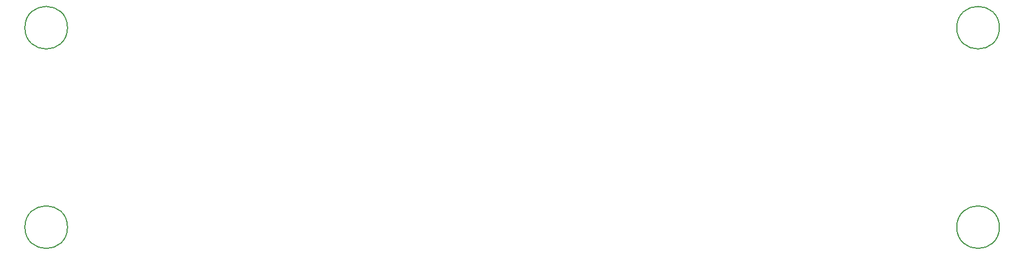
<source format=gbr>
%TF.GenerationSoftware,KiCad,Pcbnew,8.0.2*%
%TF.CreationDate,2024-07-01T04:04:09-07:00*%
%TF.ProjectId,waveform-generator-board,77617665-666f-4726-9d2d-67656e657261,rev?*%
%TF.SameCoordinates,Original*%
%TF.FileFunction,Other,Comment*%
%FSLAX46Y46*%
G04 Gerber Fmt 4.6, Leading zero omitted, Abs format (unit mm)*
G04 Created by KiCad (PCBNEW 8.0.2) date 2024-07-01 04:04:09*
%MOMM*%
%LPD*%
G01*
G04 APERTURE LIST*
%ADD10C,0.150000*%
G04 APERTURE END LIST*
D10*
%TO.C,H4*%
X224200000Y-114000000D02*
G75*
G02*
X217800000Y-114000000I-3200000J0D01*
G01*
X217800000Y-114000000D02*
G75*
G02*
X224200000Y-114000000I3200000J0D01*
G01*
%TO.C,H1*%
X84200000Y-84000000D02*
G75*
G02*
X77800000Y-84000000I-3200000J0D01*
G01*
X77800000Y-84000000D02*
G75*
G02*
X84200000Y-84000000I3200000J0D01*
G01*
%TO.C,H2*%
X84200000Y-114000000D02*
G75*
G02*
X77800000Y-114000000I-3200000J0D01*
G01*
X77800000Y-114000000D02*
G75*
G02*
X84200000Y-114000000I3200000J0D01*
G01*
%TO.C,H3*%
X224200000Y-84000000D02*
G75*
G02*
X217800000Y-84000000I-3200000J0D01*
G01*
X217800000Y-84000000D02*
G75*
G02*
X224200000Y-84000000I3200000J0D01*
G01*
%TD*%
M02*

</source>
